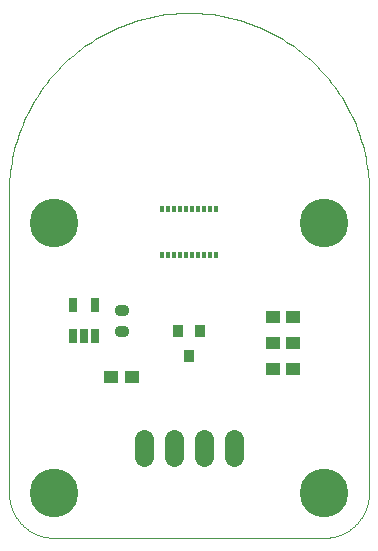
<source format=gts>
G75*
%MOIN*%
%OFA0B0*%
%FSLAX25Y25*%
%IPPOS*%
%LPD*%
%AMOC8*
5,1,8,0,0,1.08239X$1,22.5*
%
%ADD10R,0.01187X0.02369*%
%ADD11C,0.00000*%
%ADD12C,0.06343*%
%ADD13C,0.16211*%
%ADD14R,0.04731X0.04337*%
%ADD15R,0.03550X0.03943*%
%ADD16C,0.03150*%
%ADD17R,0.02565X0.05124*%
D10*
X0055132Y0098198D03*
X0057101Y0098198D03*
X0059069Y0098198D03*
X0061038Y0098198D03*
X0063006Y0098198D03*
X0064975Y0098198D03*
X0066943Y0098198D03*
X0068912Y0098198D03*
X0070880Y0098198D03*
X0072849Y0098198D03*
X0072849Y0113552D03*
X0070880Y0113552D03*
X0068912Y0113552D03*
X0066943Y0113552D03*
X0064975Y0113552D03*
X0063006Y0113552D03*
X0061038Y0113552D03*
X0059069Y0113552D03*
X0057101Y0113552D03*
X0055132Y0113552D03*
D11*
X0004000Y0119000D02*
X0004000Y0019000D01*
X0004004Y0018638D01*
X0004018Y0018275D01*
X0004039Y0017913D01*
X0004070Y0017552D01*
X0004109Y0017192D01*
X0004157Y0016833D01*
X0004214Y0016475D01*
X0004279Y0016118D01*
X0004353Y0015763D01*
X0004436Y0015410D01*
X0004527Y0015059D01*
X0004626Y0014711D01*
X0004734Y0014365D01*
X0004850Y0014021D01*
X0004975Y0013681D01*
X0005107Y0013344D01*
X0005248Y0013010D01*
X0005397Y0012679D01*
X0005554Y0012352D01*
X0005718Y0012029D01*
X0005890Y0011710D01*
X0006070Y0011396D01*
X0006258Y0011085D01*
X0006453Y0010780D01*
X0006655Y0010479D01*
X0006865Y0010183D01*
X0007081Y0009893D01*
X0007305Y0009607D01*
X0007535Y0009327D01*
X0007772Y0009053D01*
X0008016Y0008785D01*
X0008266Y0008522D01*
X0008522Y0008266D01*
X0008785Y0008016D01*
X0009053Y0007772D01*
X0009327Y0007535D01*
X0009607Y0007305D01*
X0009893Y0007081D01*
X0010183Y0006865D01*
X0010479Y0006655D01*
X0010780Y0006453D01*
X0011085Y0006258D01*
X0011396Y0006070D01*
X0011710Y0005890D01*
X0012029Y0005718D01*
X0012352Y0005554D01*
X0012679Y0005397D01*
X0013010Y0005248D01*
X0013344Y0005107D01*
X0013681Y0004975D01*
X0014021Y0004850D01*
X0014365Y0004734D01*
X0014711Y0004626D01*
X0015059Y0004527D01*
X0015410Y0004436D01*
X0015763Y0004353D01*
X0016118Y0004279D01*
X0016475Y0004214D01*
X0016833Y0004157D01*
X0017192Y0004109D01*
X0017552Y0004070D01*
X0017913Y0004039D01*
X0018275Y0004018D01*
X0018638Y0004004D01*
X0019000Y0004000D01*
X0109000Y0004000D01*
X0109362Y0004004D01*
X0109725Y0004018D01*
X0110087Y0004039D01*
X0110448Y0004070D01*
X0110808Y0004109D01*
X0111167Y0004157D01*
X0111525Y0004214D01*
X0111882Y0004279D01*
X0112237Y0004353D01*
X0112590Y0004436D01*
X0112941Y0004527D01*
X0113289Y0004626D01*
X0113635Y0004734D01*
X0113979Y0004850D01*
X0114319Y0004975D01*
X0114656Y0005107D01*
X0114990Y0005248D01*
X0115321Y0005397D01*
X0115648Y0005554D01*
X0115971Y0005718D01*
X0116290Y0005890D01*
X0116604Y0006070D01*
X0116915Y0006258D01*
X0117220Y0006453D01*
X0117521Y0006655D01*
X0117817Y0006865D01*
X0118107Y0007081D01*
X0118393Y0007305D01*
X0118673Y0007535D01*
X0118947Y0007772D01*
X0119215Y0008016D01*
X0119478Y0008266D01*
X0119734Y0008522D01*
X0119984Y0008785D01*
X0120228Y0009053D01*
X0120465Y0009327D01*
X0120695Y0009607D01*
X0120919Y0009893D01*
X0121135Y0010183D01*
X0121345Y0010479D01*
X0121547Y0010780D01*
X0121742Y0011085D01*
X0121930Y0011396D01*
X0122110Y0011710D01*
X0122282Y0012029D01*
X0122446Y0012352D01*
X0122603Y0012679D01*
X0122752Y0013010D01*
X0122893Y0013344D01*
X0123025Y0013681D01*
X0123150Y0014021D01*
X0123266Y0014365D01*
X0123374Y0014711D01*
X0123473Y0015059D01*
X0123564Y0015410D01*
X0123647Y0015763D01*
X0123721Y0016118D01*
X0123786Y0016475D01*
X0123843Y0016833D01*
X0123891Y0017192D01*
X0123930Y0017552D01*
X0123961Y0017913D01*
X0123982Y0018275D01*
X0123996Y0018638D01*
X0124000Y0019000D01*
X0124000Y0119000D01*
X0123982Y0120461D01*
X0123929Y0121921D01*
X0123840Y0123380D01*
X0123716Y0124836D01*
X0123556Y0126288D01*
X0123361Y0127736D01*
X0123130Y0129179D01*
X0122865Y0130616D01*
X0122565Y0132046D01*
X0122230Y0133468D01*
X0121860Y0134882D01*
X0121456Y0136286D01*
X0121018Y0137680D01*
X0120546Y0139063D01*
X0120041Y0140434D01*
X0119502Y0141792D01*
X0118931Y0143137D01*
X0118327Y0144467D01*
X0117691Y0145783D01*
X0117023Y0147082D01*
X0116323Y0148365D01*
X0115592Y0149630D01*
X0114831Y0150878D01*
X0114040Y0152106D01*
X0113219Y0153315D01*
X0112369Y0154503D01*
X0111490Y0155670D01*
X0110583Y0156816D01*
X0109648Y0157939D01*
X0108686Y0159039D01*
X0107698Y0160115D01*
X0106684Y0161167D01*
X0105644Y0162194D01*
X0104580Y0163195D01*
X0103492Y0164171D01*
X0102380Y0165119D01*
X0101246Y0166040D01*
X0100089Y0166933D01*
X0098912Y0167797D01*
X0097713Y0168633D01*
X0096494Y0169439D01*
X0095256Y0170216D01*
X0094000Y0170962D01*
X0092726Y0171677D01*
X0091435Y0172361D01*
X0090127Y0173013D01*
X0088804Y0173633D01*
X0087466Y0174221D01*
X0086115Y0174776D01*
X0084750Y0175298D01*
X0083373Y0175786D01*
X0081984Y0176241D01*
X0080585Y0176662D01*
X0079176Y0177049D01*
X0077758Y0177401D01*
X0076332Y0177719D01*
X0074898Y0178002D01*
X0073458Y0178250D01*
X0072013Y0178463D01*
X0070562Y0178640D01*
X0069108Y0178782D01*
X0067651Y0178889D01*
X0066191Y0178960D01*
X0064731Y0178996D01*
X0063269Y0178996D01*
X0061809Y0178960D01*
X0060349Y0178889D01*
X0058892Y0178782D01*
X0057438Y0178640D01*
X0055987Y0178463D01*
X0054542Y0178250D01*
X0053102Y0178002D01*
X0051668Y0177719D01*
X0050242Y0177401D01*
X0048824Y0177049D01*
X0047415Y0176662D01*
X0046016Y0176241D01*
X0044627Y0175786D01*
X0043250Y0175298D01*
X0041885Y0174776D01*
X0040534Y0174221D01*
X0039196Y0173633D01*
X0037873Y0173013D01*
X0036565Y0172361D01*
X0035274Y0171677D01*
X0034000Y0170962D01*
X0032744Y0170216D01*
X0031506Y0169439D01*
X0030287Y0168633D01*
X0029088Y0167797D01*
X0027911Y0166933D01*
X0026754Y0166040D01*
X0025620Y0165119D01*
X0024508Y0164171D01*
X0023420Y0163195D01*
X0022356Y0162194D01*
X0021316Y0161167D01*
X0020302Y0160115D01*
X0019314Y0159039D01*
X0018352Y0157939D01*
X0017417Y0156816D01*
X0016510Y0155670D01*
X0015631Y0154503D01*
X0014781Y0153315D01*
X0013960Y0152106D01*
X0013169Y0150878D01*
X0012408Y0149630D01*
X0011677Y0148365D01*
X0010977Y0147082D01*
X0010309Y0145783D01*
X0009673Y0144467D01*
X0009069Y0143137D01*
X0008498Y0141792D01*
X0007959Y0140434D01*
X0007454Y0139063D01*
X0006982Y0137680D01*
X0006544Y0136286D01*
X0006140Y0134882D01*
X0005770Y0133468D01*
X0005435Y0132046D01*
X0005135Y0130616D01*
X0004870Y0129179D01*
X0004639Y0127736D01*
X0004444Y0126288D01*
X0004284Y0124836D01*
X0004160Y0123380D01*
X0004071Y0121921D01*
X0004018Y0120461D01*
X0004000Y0119000D01*
D12*
X0049000Y0036972D02*
X0049000Y0031028D01*
X0059000Y0031028D02*
X0059000Y0036972D01*
X0069000Y0036972D02*
X0069000Y0031028D01*
X0079000Y0031028D02*
X0079000Y0036972D01*
D13*
X0109000Y0019000D03*
X0109000Y0109000D03*
X0019000Y0109000D03*
X0019000Y0019000D03*
D14*
X0038154Y0057750D03*
X0044846Y0057750D03*
X0091904Y0060250D03*
X0091904Y0069000D03*
X0091904Y0077750D03*
X0098596Y0077750D03*
X0098596Y0069000D03*
X0098596Y0060250D03*
D15*
X0067740Y0072937D03*
X0064000Y0064669D03*
X0060260Y0072937D03*
D16*
X0042290Y0073393D02*
X0040710Y0073393D01*
X0042290Y0073393D02*
X0042290Y0072607D01*
X0040710Y0072607D01*
X0040710Y0073393D01*
X0040710Y0080393D02*
X0042290Y0080393D01*
X0042290Y0079607D01*
X0040710Y0079607D01*
X0040710Y0080393D01*
D17*
X0032740Y0081618D03*
X0032740Y0071382D03*
X0029000Y0071382D03*
X0025260Y0071382D03*
X0025260Y0081618D03*
M02*

</source>
